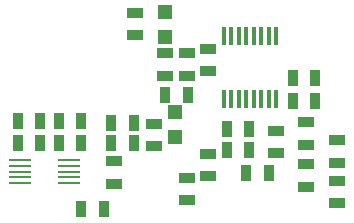
<source format=gtp>
G04 (created by PCBNEW (2013-jul-07)-stable) date Пт 28 фев 2014 10:34:58*
%MOIN*%
G04 Gerber Fmt 3.4, Leading zero omitted, Abs format*
%FSLAX34Y34*%
G01*
G70*
G90*
G04 APERTURE LIST*
%ADD10C,0.00590551*%
%ADD11R,0.035X0.055*%
%ADD12R,0.055X0.035*%
%ADD13R,0.0177X0.059*%
%ADD14R,0.075X0.0098*%
%ADD15R,0.0472X0.0472*%
G04 APERTURE END LIST*
G54D10*
G54D11*
X96312Y-22687D03*
X97062Y-22687D03*
X94112Y-25087D03*
X94862Y-25087D03*
G54D12*
X93487Y-22462D03*
X93487Y-21712D03*
G54D11*
X91012Y-24187D03*
X90262Y-24187D03*
X91012Y-24837D03*
X90262Y-24837D03*
X89262Y-24112D03*
X88512Y-24112D03*
X87887Y-24112D03*
X87137Y-24112D03*
G54D12*
X97787Y-26862D03*
X97787Y-26112D03*
X96737Y-26312D03*
X96737Y-25562D03*
G54D11*
X94762Y-25862D03*
X95512Y-25862D03*
G54D12*
X92037Y-22612D03*
X92037Y-21862D03*
X92787Y-26762D03*
X92787Y-26012D03*
X97787Y-25512D03*
X97787Y-24762D03*
X96737Y-24912D03*
X96737Y-24162D03*
X95737Y-25187D03*
X95737Y-24437D03*
X93487Y-25962D03*
X93487Y-25212D03*
G54D11*
X97062Y-23437D03*
X96312Y-23437D03*
X94112Y-24387D03*
X94862Y-24387D03*
G54D12*
X91050Y-21250D03*
X91050Y-20500D03*
X92787Y-21862D03*
X92787Y-22612D03*
X90337Y-26212D03*
X90337Y-25462D03*
G54D11*
X89262Y-27062D03*
X90012Y-27062D03*
X89262Y-24837D03*
X88512Y-24837D03*
X87137Y-24837D03*
X87887Y-24837D03*
G54D13*
X95762Y-21278D03*
X95512Y-21278D03*
X95262Y-21278D03*
X95012Y-21278D03*
X94762Y-21278D03*
X94512Y-21278D03*
X94262Y-21278D03*
X94012Y-21278D03*
X94012Y-23396D03*
X94262Y-23396D03*
X94512Y-23396D03*
X94762Y-23396D03*
X95012Y-23396D03*
X95262Y-23396D03*
X95512Y-23396D03*
X95762Y-23396D03*
G54D14*
X87206Y-25405D03*
X87206Y-25602D03*
X87206Y-25799D03*
X87206Y-25996D03*
X87206Y-26193D03*
X88860Y-26193D03*
X88860Y-25996D03*
X88860Y-25799D03*
X88860Y-25602D03*
X88860Y-25405D03*
G54D12*
X91687Y-24212D03*
X91687Y-24962D03*
G54D11*
X92812Y-23237D03*
X92062Y-23237D03*
G54D15*
X92037Y-21300D03*
X92037Y-20474D03*
X92387Y-24650D03*
X92387Y-23824D03*
M02*

</source>
